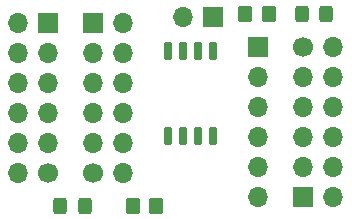
<source format=gts>
G04 #@! TF.GenerationSoftware,KiCad,Pcbnew,8.0.9-8.0.9-0~ubuntu24.04.1*
G04 #@! TF.CreationDate,2025-04-27T15:56:27+09:30*
G04 #@! TF.ProjectId,qspi-pmod-adapter,71737069-2d70-46d6-9f64-2d6164617074,rev?*
G04 #@! TF.SameCoordinates,Original*
G04 #@! TF.FileFunction,Soldermask,Top*
G04 #@! TF.FilePolarity,Negative*
%FSLAX46Y46*%
G04 Gerber Fmt 4.6, Leading zero omitted, Abs format (unit mm)*
G04 Created by KiCad (PCBNEW 8.0.9-8.0.9-0~ubuntu24.04.1) date 2025-04-27 15:56:27*
%MOMM*%
%LPD*%
G01*
G04 APERTURE LIST*
G04 Aperture macros list*
%AMRoundRect*
0 Rectangle with rounded corners*
0 $1 Rounding radius*
0 $2 $3 $4 $5 $6 $7 $8 $9 X,Y pos of 4 corners*
0 Add a 4 corners polygon primitive as box body*
4,1,4,$2,$3,$4,$5,$6,$7,$8,$9,$2,$3,0*
0 Add four circle primitives for the rounded corners*
1,1,$1+$1,$2,$3*
1,1,$1+$1,$4,$5*
1,1,$1+$1,$6,$7*
1,1,$1+$1,$8,$9*
0 Add four rect primitives between the rounded corners*
20,1,$1+$1,$2,$3,$4,$5,0*
20,1,$1+$1,$4,$5,$6,$7,0*
20,1,$1+$1,$6,$7,$8,$9,0*
20,1,$1+$1,$8,$9,$2,$3,0*%
G04 Aperture macros list end*
%ADD10O,1.700000X1.700000*%
%ADD11C,1.700000*%
%ADD12R,1.700000X1.700000*%
%ADD13RoundRect,0.250000X-0.350000X-0.450000X0.350000X-0.450000X0.350000X0.450000X-0.350000X0.450000X0*%
%ADD14RoundRect,0.250000X0.350000X0.450000X-0.350000X0.450000X-0.350000X-0.450000X0.350000X-0.450000X0*%
%ADD15RoundRect,0.250000X0.325000X0.450000X-0.325000X0.450000X-0.325000X-0.450000X0.325000X-0.450000X0*%
%ADD16RoundRect,0.250000X-0.325000X-0.450000X0.325000X-0.450000X0.325000X0.450000X-0.325000X0.450000X0*%
%ADD17RoundRect,0.150000X0.150000X-0.650000X0.150000X0.650000X-0.150000X0.650000X-0.150000X-0.650000X0*%
G04 APERTURE END LIST*
D10*
X110490000Y-83058000D03*
X110490000Y-80518000D03*
X110490000Y-77978000D03*
X110490000Y-75438000D03*
X110490000Y-72898000D03*
X110490000Y-70358000D03*
D11*
X107950000Y-83058000D03*
D10*
X107950000Y-80518000D03*
X107950000Y-77978000D03*
X107950000Y-75438000D03*
X107950000Y-72898000D03*
D12*
X107950000Y-70358000D03*
D13*
X111268000Y-85852000D03*
X113268000Y-85852000D03*
D14*
X122793000Y-69596000D03*
X120793000Y-69596000D03*
D10*
X115570000Y-69850000D03*
D12*
X118110000Y-69850000D03*
X121920000Y-72390000D03*
D10*
X121920000Y-74930000D03*
X121920000Y-77470000D03*
X121920000Y-80010000D03*
X121920000Y-82550000D03*
X121920000Y-85090000D03*
X128270000Y-72390000D03*
X128270000Y-74930000D03*
X128270000Y-77470000D03*
X128270000Y-80010000D03*
X128270000Y-82550000D03*
X128270000Y-85090000D03*
D11*
X125730000Y-72390000D03*
D10*
X125730000Y-74930000D03*
X125730000Y-77470000D03*
X125730000Y-80010000D03*
X125730000Y-82550000D03*
D12*
X125730000Y-85090000D03*
D15*
X107197000Y-85852000D03*
X105147000Y-85852000D03*
D16*
X125594000Y-69596000D03*
X127644000Y-69596000D03*
D17*
X114300000Y-72752400D03*
X115570000Y-72752400D03*
X116840000Y-72752400D03*
X118110000Y-72752400D03*
X118110000Y-79952400D03*
X116840000Y-79952400D03*
X115570000Y-79952400D03*
X114300000Y-79952400D03*
D12*
X104140000Y-70358000D03*
D10*
X104140000Y-72898000D03*
X104140000Y-75438000D03*
X104140000Y-77978000D03*
X104140000Y-80518000D03*
D11*
X104140000Y-83058000D03*
D10*
X101600000Y-70358000D03*
X101600000Y-72898000D03*
X101600000Y-75438000D03*
X101600000Y-77978000D03*
X101600000Y-80518000D03*
X101600000Y-83058000D03*
M02*

</source>
